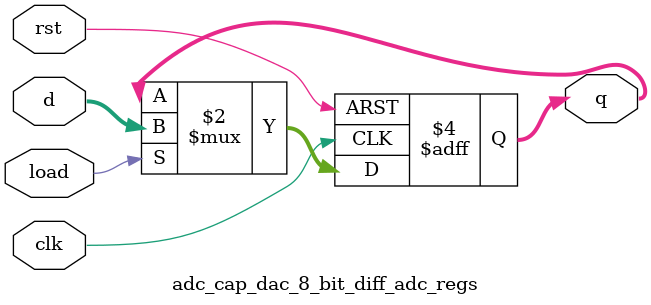
<source format=sv>

module adc_cap_dac_8_bit_diff_adc_regs (
  input logic clk,
  input logic rst,
  input logic [7:0] d,
  input logic load,
  output logic [7:0] q
);

always_ff @ (posedge clk or posedge rst) begin
  if (rst) begin
    q <= 8'h00;
  end else begin
    if (load) q <= d;
  end
end

endmodule

</source>
